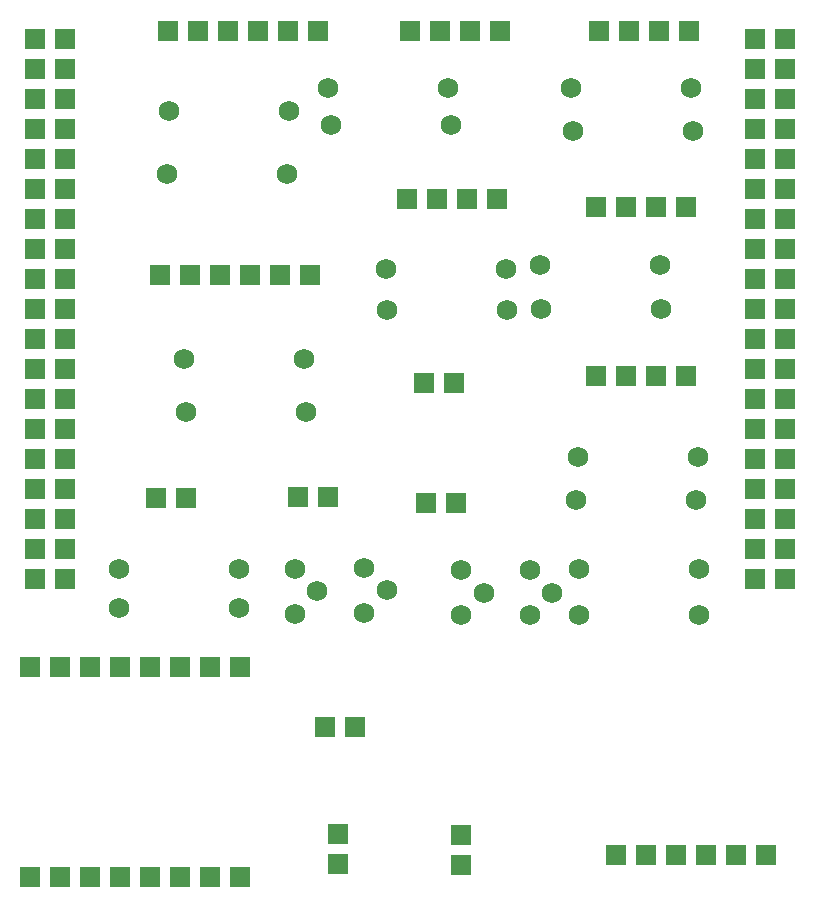
<source format=gbr>
G04 DesignSpark PCB Gerber Version 9.0 Build 5138 *
G04 #@! TF.Part,Single*
G04 #@! TF.FileFunction,Soldermask,Bot *
G04 #@! TF.FilePolarity,Negative *
%FSLAX35Y35*%
%MOIN*%
G04 #@! TA.AperFunction,ComponentPad*
%ADD73R,0.06906X0.06906*%
%ADD75R,0.06906X0.06906*%
%ADD74C,0.06906*%
%ADD72R,0.05906X0.05906*%
%AMT72*0 Rounded Rectangle Pad at angle 90*4,1,24,0.03453,-0.03159,0.03453,0.03159,0.03438,0.03250,0.03396,0.03332,0.03331,0.03397,0.03250,0.03439,0.03159,0.03453,-0.03159,0.03453,-0.03250,0.03438,-0.03332,0.03396,-0.03397,0.03331,-0.03439,0.03250,-0.03453,0.03159,-0.03453,-0.03159,-0.03438,-0.03250,-0.03396,-0.03332,-0.03331,-0.03397,-0.03250,-0.03439,-0.03159,-0.03453,0.03159,-0.03453,0.03250,-0.03438,0.03332,-0.03396,0.03397,-0.03331,0.03439,-0.03250,0.03453,-0.03159,0*%
%ADD72T72*%
X0Y0D02*
D02*
D72*
X20841Y118706D03*
Y128706D03*
Y138706D03*
Y148706D03*
Y158706D03*
Y168706D03*
Y178706D03*
Y188706D03*
Y198706D03*
Y208706D03*
Y218706D03*
Y228706D03*
Y238706D03*
Y248706D03*
Y258706D03*
Y268706D03*
Y278706D03*
Y288706D03*
Y298706D03*
X30841Y118706D03*
Y128706D03*
Y138706D03*
Y148706D03*
Y158706D03*
Y168706D03*
Y178706D03*
Y188706D03*
Y198706D03*
Y208706D03*
Y218706D03*
Y228706D03*
Y238706D03*
Y248706D03*
Y258706D03*
Y268706D03*
Y278706D03*
Y288706D03*
Y298706D03*
X260841Y118706D03*
Y128706D03*
Y138706D03*
Y148706D03*
Y158706D03*
Y168706D03*
Y178706D03*
Y188706D03*
Y198706D03*
Y208706D03*
Y218706D03*
Y228706D03*
Y238706D03*
Y248706D03*
Y258706D03*
Y268706D03*
Y278706D03*
Y288706D03*
Y298706D03*
X270841Y118706D03*
Y128706D03*
Y138706D03*
Y148706D03*
Y158706D03*
Y168706D03*
Y178706D03*
Y188706D03*
Y198706D03*
Y208706D03*
Y218706D03*
Y228706D03*
Y238706D03*
Y248706D03*
Y258706D03*
Y268706D03*
Y278706D03*
Y288706D03*
Y298706D03*
D02*
D73*
X19049Y19375D03*
Y89375D03*
X29049Y19375D03*
Y89375D03*
X39049Y19375D03*
Y89375D03*
X49049Y19375D03*
Y89375D03*
X59049Y19375D03*
Y89375D03*
X62415Y220123D03*
X65171Y301225D03*
X69049Y19375D03*
Y89375D03*
X72415Y220123D03*
X75171Y301225D03*
X79049Y19375D03*
Y89375D03*
X82415Y220123D03*
X85171Y301225D03*
X89049Y19375D03*
Y89375D03*
X92415Y220123D03*
X95171Y301225D03*
X102415Y220123D03*
X105171Y301225D03*
X112415Y220123D03*
X115171Y301225D03*
X144699Y245320D03*
X145880Y301225D03*
X154699Y245320D03*
X155880Y301225D03*
X164699Y245320D03*
X165880Y301225D03*
X174699Y245320D03*
X175880Y301225D03*
X207691Y186265D03*
Y242564D03*
X208872Y301225D03*
X214384Y26816D03*
X217691Y186265D03*
Y242564D03*
X218872Y301225D03*
X224384Y26816D03*
X227691Y186265D03*
Y242564D03*
X228872Y301225D03*
X234384Y26816D03*
X237691Y186265D03*
Y242564D03*
X238872Y301225D03*
X244384Y26816D03*
X254384D03*
X264384D03*
D02*
D74*
X48833Y109099D03*
Y122091D03*
X64817Y253587D03*
X65604Y274847D03*
X70329Y192170D03*
X71274Y174454D03*
X88833Y109099D03*
Y122091D03*
X104817Y253587D03*
X105604Y274847D03*
X107337Y107091D03*
Y122091D03*
X110329Y192170D03*
X111274Y174454D03*
X114837Y114591D03*
X118360Y282328D03*
X119305Y270123D03*
X130565Y107485D03*
Y122485D03*
X137652Y222091D03*
X138065Y114985D03*
X138203Y208312D03*
X158360Y282328D03*
X159305Y270123D03*
X162848Y106698D03*
Y121698D03*
X170348Y114198D03*
X177652Y222091D03*
X178203Y208312D03*
X185683Y106698D03*
Y121698D03*
X189226Y223272D03*
X189384Y208706D03*
X193183Y114198D03*
X199620Y282328D03*
X200250Y268154D03*
X201195Y144926D03*
X201825Y159493D03*
X202219Y106737D03*
Y122091D03*
X229226Y223272D03*
X229384Y208706D03*
X239620Y282328D03*
X240250Y268154D03*
X241195Y144926D03*
X241825Y159493D03*
X242219Y106737D03*
Y122091D03*
D02*
D75*
X61274Y145713D03*
X71274D03*
X108518Y146107D03*
X117415Y69335D03*
X118518Y146107D03*
X121904Y23666D03*
Y33666D03*
X127415Y69335D03*
X150486Y183902D03*
X151274Y144139D03*
X160486Y183902D03*
X161274Y144139D03*
X162848Y23272D03*
Y33272D03*
X0Y0D02*
M02*

</source>
